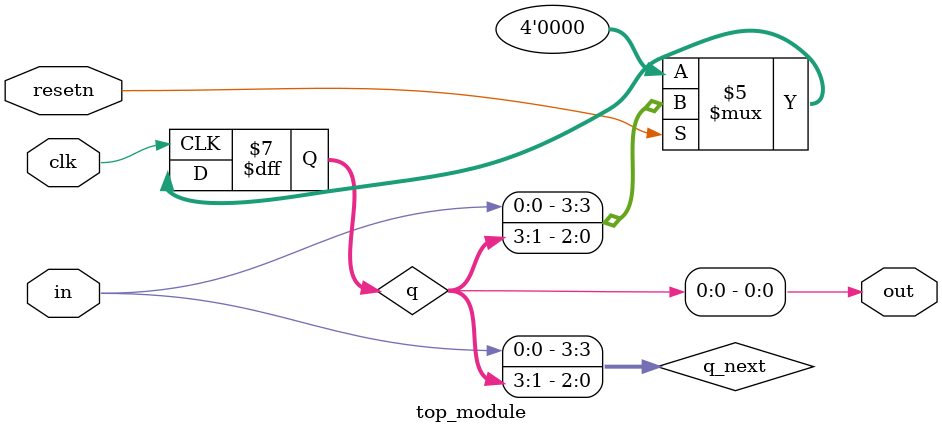
<source format=v>
module top_module (
    input clk,
    input resetn,   // synchronous reset
    input in,
    output out);


    reg [3:0] q, q_next;

    assign out = q[0];
    
    always @(*) begin
        q_next = {in, q[3 : 0+1]};
    end

    always @(posedge clk) 
        if (resetn == 1'b0) q <= 4'b0;
        else                q <= q_next;

endmodule

</source>
